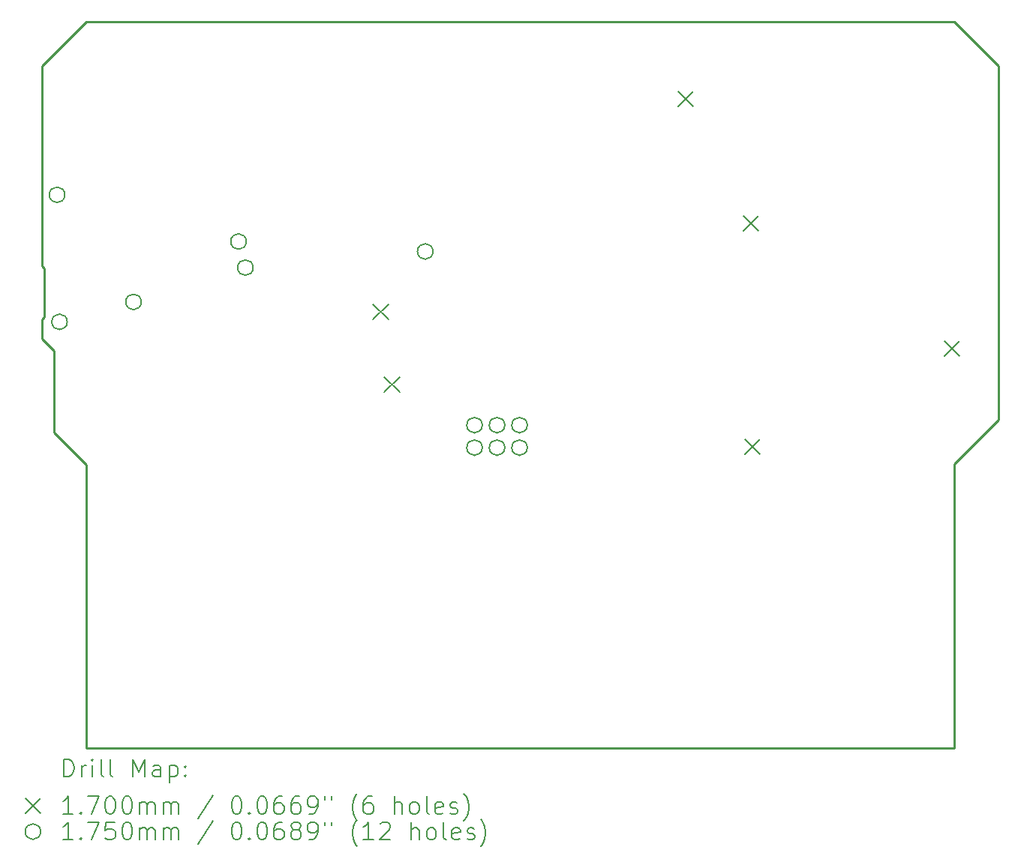
<source format=gbr>
%TF.GenerationSoftware,KiCad,Pcbnew,9.0.7*%
%TF.CreationDate,2026-02-04T15:47:10+00:00*%
%TF.ProjectId,FED3 tester base - support,46454433-2074-4657-9374-657220626173,rev?*%
%TF.SameCoordinates,PX6146580PY6dc4960*%
%TF.FileFunction,Drillmap*%
%TF.FilePolarity,Positive*%
%FSLAX45Y45*%
G04 Gerber Fmt 4.5, Leading zero omitted, Abs format (unit mm)*
G04 Created by KiCad (PCBNEW 9.0.7) date 2026-02-04 15:47:10*
%MOMM*%
%LPD*%
G01*
G04 APERTURE LIST*
%ADD10C,0.250000*%
%ADD11C,0.200000*%
%ADD12C,0.170000*%
%ADD13C,0.175000*%
G04 APERTURE END LIST*
D10*
X-360000Y3565000D02*
X-360000Y4485000D01*
X9800000Y8205000D02*
X10300000Y7705000D01*
X-472000Y5417000D02*
X-500000Y5445000D01*
X-500000Y7705000D02*
X0Y8205000D01*
X-472000Y4873000D02*
X-472000Y5417000D01*
X-500000Y5445000D02*
X-500000Y7705000D01*
X3600000Y8205000D02*
X6200000Y8205000D01*
X-500000Y4845000D02*
X-472000Y4873000D01*
X9800000Y3210000D02*
X9800000Y0D01*
X10300000Y3710000D02*
X9800000Y3210000D01*
X0Y3205000D02*
X-360000Y3565000D01*
X0Y8205000D02*
X3600000Y8205000D01*
X-500000Y4625000D02*
X-500000Y4845000D01*
X10300000Y7705000D02*
X10300000Y3710000D01*
X9800000Y0D02*
X0Y0D01*
X0Y3205000D02*
X0Y0D01*
X-360000Y4485000D02*
X-500000Y4625000D01*
X6200000Y8205000D02*
X9800000Y8205000D01*
D11*
D12*
X3240110Y5012860D02*
X3410110Y4842860D01*
X3410110Y5012860D02*
X3240110Y4842860D01*
X3367610Y4190360D02*
X3537610Y4020360D01*
X3537610Y4190360D02*
X3367610Y4020360D01*
X6685110Y7417860D02*
X6855110Y7247860D01*
X6855110Y7417860D02*
X6685110Y7247860D01*
X7415110Y6010360D02*
X7585110Y5840360D01*
X7585110Y6010360D02*
X7415110Y5840360D01*
X7435110Y3487860D02*
X7605110Y3317860D01*
X7605110Y3487860D02*
X7435110Y3317860D01*
X9685110Y4600360D02*
X9855110Y4430360D01*
X9855110Y4600360D02*
X9685110Y4430360D01*
D13*
X-239890Y6250360D02*
G75*
G02*
X-414890Y6250360I-87500J0D01*
G01*
X-414890Y6250360D02*
G75*
G02*
X-239890Y6250360I87500J0D01*
G01*
X-212390Y4815360D02*
G75*
G02*
X-387390Y4815360I-87500J0D01*
G01*
X-387390Y4815360D02*
G75*
G02*
X-212390Y4815360I87500J0D01*
G01*
X622610Y5040360D02*
G75*
G02*
X447610Y5040360I-87500J0D01*
G01*
X447610Y5040360D02*
G75*
G02*
X622610Y5040360I87500J0D01*
G01*
X1807610Y5722860D02*
G75*
G02*
X1632610Y5722860I-87500J0D01*
G01*
X1632610Y5722860D02*
G75*
G02*
X1807610Y5722860I87500J0D01*
G01*
X1885110Y5427860D02*
G75*
G02*
X1710110Y5427860I-87500J0D01*
G01*
X1710110Y5427860D02*
G75*
G02*
X1885110Y5427860I87500J0D01*
G01*
X3915110Y5610360D02*
G75*
G02*
X3740110Y5610360I-87500J0D01*
G01*
X3740110Y5610360D02*
G75*
G02*
X3915110Y5610360I87500J0D01*
G01*
X4471405Y3648386D02*
G75*
G02*
X4296405Y3648386I-87500J0D01*
G01*
X4296405Y3648386D02*
G75*
G02*
X4471405Y3648386I87500J0D01*
G01*
X4471405Y3394386D02*
G75*
G02*
X4296405Y3394386I-87500J0D01*
G01*
X4296405Y3394386D02*
G75*
G02*
X4471405Y3394386I87500J0D01*
G01*
X4725405Y3648386D02*
G75*
G02*
X4550405Y3648386I-87500J0D01*
G01*
X4550405Y3648386D02*
G75*
G02*
X4725405Y3648386I87500J0D01*
G01*
X4725405Y3394386D02*
G75*
G02*
X4550405Y3394386I-87500J0D01*
G01*
X4550405Y3394386D02*
G75*
G02*
X4725405Y3394386I87500J0D01*
G01*
X4979405Y3648386D02*
G75*
G02*
X4804405Y3648386I-87500J0D01*
G01*
X4804405Y3648386D02*
G75*
G02*
X4979405Y3648386I87500J0D01*
G01*
X4979405Y3394386D02*
G75*
G02*
X4804405Y3394386I-87500J0D01*
G01*
X4804405Y3394386D02*
G75*
G02*
X4979405Y3394386I87500J0D01*
G01*
D11*
X-251723Y-323984D02*
X-251723Y-123984D01*
X-251723Y-123984D02*
X-204104Y-123984D01*
X-204104Y-123984D02*
X-175533Y-133508D01*
X-175533Y-133508D02*
X-156485Y-152555D01*
X-156485Y-152555D02*
X-146961Y-171603D01*
X-146961Y-171603D02*
X-137438Y-209698D01*
X-137438Y-209698D02*
X-137438Y-238269D01*
X-137438Y-238269D02*
X-146961Y-276365D01*
X-146961Y-276365D02*
X-156485Y-295412D01*
X-156485Y-295412D02*
X-175533Y-314460D01*
X-175533Y-314460D02*
X-204104Y-323984D01*
X-204104Y-323984D02*
X-251723Y-323984D01*
X-51723Y-323984D02*
X-51723Y-190650D01*
X-51723Y-228746D02*
X-42199Y-209698D01*
X-42199Y-209698D02*
X-32676Y-200174D01*
X-32676Y-200174D02*
X-13628Y-190650D01*
X-13628Y-190650D02*
X5420Y-190650D01*
X72086Y-323984D02*
X72086Y-190650D01*
X72086Y-123984D02*
X62562Y-133508D01*
X62562Y-133508D02*
X72086Y-143031D01*
X72086Y-143031D02*
X81610Y-133508D01*
X81610Y-133508D02*
X72086Y-123984D01*
X72086Y-123984D02*
X72086Y-143031D01*
X195896Y-323984D02*
X176848Y-314460D01*
X176848Y-314460D02*
X167324Y-295412D01*
X167324Y-295412D02*
X167324Y-123984D01*
X300658Y-323984D02*
X281610Y-314460D01*
X281610Y-314460D02*
X272086Y-295412D01*
X272086Y-295412D02*
X272086Y-123984D01*
X529229Y-323984D02*
X529229Y-123984D01*
X529229Y-123984D02*
X595896Y-266841D01*
X595896Y-266841D02*
X662563Y-123984D01*
X662563Y-123984D02*
X662563Y-323984D01*
X843515Y-323984D02*
X843515Y-219222D01*
X843515Y-219222D02*
X833991Y-200174D01*
X833991Y-200174D02*
X814943Y-190650D01*
X814943Y-190650D02*
X776848Y-190650D01*
X776848Y-190650D02*
X757801Y-200174D01*
X843515Y-314460D02*
X824467Y-323984D01*
X824467Y-323984D02*
X776848Y-323984D01*
X776848Y-323984D02*
X757801Y-314460D01*
X757801Y-314460D02*
X748277Y-295412D01*
X748277Y-295412D02*
X748277Y-276365D01*
X748277Y-276365D02*
X757801Y-257317D01*
X757801Y-257317D02*
X776848Y-247793D01*
X776848Y-247793D02*
X824467Y-247793D01*
X824467Y-247793D02*
X843515Y-238269D01*
X938753Y-190650D02*
X938753Y-390650D01*
X938753Y-200174D02*
X957801Y-190650D01*
X957801Y-190650D02*
X995896Y-190650D01*
X995896Y-190650D02*
X1014943Y-200174D01*
X1014943Y-200174D02*
X1024467Y-209698D01*
X1024467Y-209698D02*
X1033991Y-228746D01*
X1033991Y-228746D02*
X1033991Y-285889D01*
X1033991Y-285889D02*
X1024467Y-304936D01*
X1024467Y-304936D02*
X1014943Y-314460D01*
X1014943Y-314460D02*
X995896Y-323984D01*
X995896Y-323984D02*
X957801Y-323984D01*
X957801Y-323984D02*
X938753Y-314460D01*
X1119705Y-304936D02*
X1129229Y-314460D01*
X1129229Y-314460D02*
X1119705Y-323984D01*
X1119705Y-323984D02*
X1110182Y-314460D01*
X1110182Y-314460D02*
X1119705Y-304936D01*
X1119705Y-304936D02*
X1119705Y-323984D01*
X1119705Y-200174D02*
X1129229Y-209698D01*
X1129229Y-209698D02*
X1119705Y-219222D01*
X1119705Y-219222D02*
X1110182Y-209698D01*
X1110182Y-209698D02*
X1119705Y-200174D01*
X1119705Y-200174D02*
X1119705Y-219222D01*
D12*
X-682500Y-567500D02*
X-512500Y-737500D01*
X-512500Y-567500D02*
X-682500Y-737500D01*
D11*
X-146961Y-743984D02*
X-261247Y-743984D01*
X-204104Y-743984D02*
X-204104Y-543984D01*
X-204104Y-543984D02*
X-223152Y-572555D01*
X-223152Y-572555D02*
X-242199Y-591603D01*
X-242199Y-591603D02*
X-261247Y-601127D01*
X-61247Y-724936D02*
X-51723Y-734460D01*
X-51723Y-734460D02*
X-61247Y-743984D01*
X-61247Y-743984D02*
X-70771Y-734460D01*
X-70771Y-734460D02*
X-61247Y-724936D01*
X-61247Y-724936D02*
X-61247Y-743984D01*
X14943Y-543984D02*
X148277Y-543984D01*
X148277Y-543984D02*
X62562Y-743984D01*
X262563Y-543984D02*
X281610Y-543984D01*
X281610Y-543984D02*
X300658Y-553508D01*
X300658Y-553508D02*
X310182Y-563031D01*
X310182Y-563031D02*
X319705Y-582079D01*
X319705Y-582079D02*
X329229Y-620174D01*
X329229Y-620174D02*
X329229Y-667793D01*
X329229Y-667793D02*
X319705Y-705888D01*
X319705Y-705888D02*
X310182Y-724936D01*
X310182Y-724936D02*
X300658Y-734460D01*
X300658Y-734460D02*
X281610Y-743984D01*
X281610Y-743984D02*
X262563Y-743984D01*
X262563Y-743984D02*
X243515Y-734460D01*
X243515Y-734460D02*
X233991Y-724936D01*
X233991Y-724936D02*
X224467Y-705888D01*
X224467Y-705888D02*
X214943Y-667793D01*
X214943Y-667793D02*
X214943Y-620174D01*
X214943Y-620174D02*
X224467Y-582079D01*
X224467Y-582079D02*
X233991Y-563031D01*
X233991Y-563031D02*
X243515Y-553508D01*
X243515Y-553508D02*
X262563Y-543984D01*
X453039Y-543984D02*
X472086Y-543984D01*
X472086Y-543984D02*
X491134Y-553508D01*
X491134Y-553508D02*
X500658Y-563031D01*
X500658Y-563031D02*
X510182Y-582079D01*
X510182Y-582079D02*
X519705Y-620174D01*
X519705Y-620174D02*
X519705Y-667793D01*
X519705Y-667793D02*
X510182Y-705888D01*
X510182Y-705888D02*
X500658Y-724936D01*
X500658Y-724936D02*
X491134Y-734460D01*
X491134Y-734460D02*
X472086Y-743984D01*
X472086Y-743984D02*
X453039Y-743984D01*
X453039Y-743984D02*
X433991Y-734460D01*
X433991Y-734460D02*
X424467Y-724936D01*
X424467Y-724936D02*
X414943Y-705888D01*
X414943Y-705888D02*
X405420Y-667793D01*
X405420Y-667793D02*
X405420Y-620174D01*
X405420Y-620174D02*
X414943Y-582079D01*
X414943Y-582079D02*
X424467Y-563031D01*
X424467Y-563031D02*
X433991Y-553508D01*
X433991Y-553508D02*
X453039Y-543984D01*
X605420Y-743984D02*
X605420Y-610650D01*
X605420Y-629698D02*
X614944Y-620174D01*
X614944Y-620174D02*
X633991Y-610650D01*
X633991Y-610650D02*
X662563Y-610650D01*
X662563Y-610650D02*
X681610Y-620174D01*
X681610Y-620174D02*
X691134Y-639222D01*
X691134Y-639222D02*
X691134Y-743984D01*
X691134Y-639222D02*
X700658Y-620174D01*
X700658Y-620174D02*
X719705Y-610650D01*
X719705Y-610650D02*
X748277Y-610650D01*
X748277Y-610650D02*
X767324Y-620174D01*
X767324Y-620174D02*
X776848Y-639222D01*
X776848Y-639222D02*
X776848Y-743984D01*
X872086Y-743984D02*
X872086Y-610650D01*
X872086Y-629698D02*
X881610Y-620174D01*
X881610Y-620174D02*
X900658Y-610650D01*
X900658Y-610650D02*
X929229Y-610650D01*
X929229Y-610650D02*
X948277Y-620174D01*
X948277Y-620174D02*
X957801Y-639222D01*
X957801Y-639222D02*
X957801Y-743984D01*
X957801Y-639222D02*
X967324Y-620174D01*
X967324Y-620174D02*
X986372Y-610650D01*
X986372Y-610650D02*
X1014943Y-610650D01*
X1014943Y-610650D02*
X1033991Y-620174D01*
X1033991Y-620174D02*
X1043515Y-639222D01*
X1043515Y-639222D02*
X1043515Y-743984D01*
X1433991Y-534460D02*
X1262563Y-791603D01*
X1691134Y-543984D02*
X1710182Y-543984D01*
X1710182Y-543984D02*
X1729229Y-553508D01*
X1729229Y-553508D02*
X1738753Y-563031D01*
X1738753Y-563031D02*
X1748277Y-582079D01*
X1748277Y-582079D02*
X1757801Y-620174D01*
X1757801Y-620174D02*
X1757801Y-667793D01*
X1757801Y-667793D02*
X1748277Y-705888D01*
X1748277Y-705888D02*
X1738753Y-724936D01*
X1738753Y-724936D02*
X1729229Y-734460D01*
X1729229Y-734460D02*
X1710182Y-743984D01*
X1710182Y-743984D02*
X1691134Y-743984D01*
X1691134Y-743984D02*
X1672086Y-734460D01*
X1672086Y-734460D02*
X1662563Y-724936D01*
X1662563Y-724936D02*
X1653039Y-705888D01*
X1653039Y-705888D02*
X1643515Y-667793D01*
X1643515Y-667793D02*
X1643515Y-620174D01*
X1643515Y-620174D02*
X1653039Y-582079D01*
X1653039Y-582079D02*
X1662563Y-563031D01*
X1662563Y-563031D02*
X1672086Y-553508D01*
X1672086Y-553508D02*
X1691134Y-543984D01*
X1843515Y-724936D02*
X1853039Y-734460D01*
X1853039Y-734460D02*
X1843515Y-743984D01*
X1843515Y-743984D02*
X1833991Y-734460D01*
X1833991Y-734460D02*
X1843515Y-724936D01*
X1843515Y-724936D02*
X1843515Y-743984D01*
X1976848Y-543984D02*
X1995896Y-543984D01*
X1995896Y-543984D02*
X2014944Y-553508D01*
X2014944Y-553508D02*
X2024467Y-563031D01*
X2024467Y-563031D02*
X2033991Y-582079D01*
X2033991Y-582079D02*
X2043515Y-620174D01*
X2043515Y-620174D02*
X2043515Y-667793D01*
X2043515Y-667793D02*
X2033991Y-705888D01*
X2033991Y-705888D02*
X2024467Y-724936D01*
X2024467Y-724936D02*
X2014944Y-734460D01*
X2014944Y-734460D02*
X1995896Y-743984D01*
X1995896Y-743984D02*
X1976848Y-743984D01*
X1976848Y-743984D02*
X1957801Y-734460D01*
X1957801Y-734460D02*
X1948277Y-724936D01*
X1948277Y-724936D02*
X1938753Y-705888D01*
X1938753Y-705888D02*
X1929229Y-667793D01*
X1929229Y-667793D02*
X1929229Y-620174D01*
X1929229Y-620174D02*
X1938753Y-582079D01*
X1938753Y-582079D02*
X1948277Y-563031D01*
X1948277Y-563031D02*
X1957801Y-553508D01*
X1957801Y-553508D02*
X1976848Y-543984D01*
X2214944Y-543984D02*
X2176848Y-543984D01*
X2176848Y-543984D02*
X2157801Y-553508D01*
X2157801Y-553508D02*
X2148277Y-563031D01*
X2148277Y-563031D02*
X2129229Y-591603D01*
X2129229Y-591603D02*
X2119706Y-629698D01*
X2119706Y-629698D02*
X2119706Y-705888D01*
X2119706Y-705888D02*
X2129229Y-724936D01*
X2129229Y-724936D02*
X2138753Y-734460D01*
X2138753Y-734460D02*
X2157801Y-743984D01*
X2157801Y-743984D02*
X2195896Y-743984D01*
X2195896Y-743984D02*
X2214944Y-734460D01*
X2214944Y-734460D02*
X2224468Y-724936D01*
X2224468Y-724936D02*
X2233991Y-705888D01*
X2233991Y-705888D02*
X2233991Y-658270D01*
X2233991Y-658270D02*
X2224468Y-639222D01*
X2224468Y-639222D02*
X2214944Y-629698D01*
X2214944Y-629698D02*
X2195896Y-620174D01*
X2195896Y-620174D02*
X2157801Y-620174D01*
X2157801Y-620174D02*
X2138753Y-629698D01*
X2138753Y-629698D02*
X2129229Y-639222D01*
X2129229Y-639222D02*
X2119706Y-658270D01*
X2405420Y-543984D02*
X2367325Y-543984D01*
X2367325Y-543984D02*
X2348277Y-553508D01*
X2348277Y-553508D02*
X2338753Y-563031D01*
X2338753Y-563031D02*
X2319706Y-591603D01*
X2319706Y-591603D02*
X2310182Y-629698D01*
X2310182Y-629698D02*
X2310182Y-705888D01*
X2310182Y-705888D02*
X2319706Y-724936D01*
X2319706Y-724936D02*
X2329229Y-734460D01*
X2329229Y-734460D02*
X2348277Y-743984D01*
X2348277Y-743984D02*
X2386372Y-743984D01*
X2386372Y-743984D02*
X2405420Y-734460D01*
X2405420Y-734460D02*
X2414944Y-724936D01*
X2414944Y-724936D02*
X2424468Y-705888D01*
X2424468Y-705888D02*
X2424468Y-658270D01*
X2424468Y-658270D02*
X2414944Y-639222D01*
X2414944Y-639222D02*
X2405420Y-629698D01*
X2405420Y-629698D02*
X2386372Y-620174D01*
X2386372Y-620174D02*
X2348277Y-620174D01*
X2348277Y-620174D02*
X2329229Y-629698D01*
X2329229Y-629698D02*
X2319706Y-639222D01*
X2319706Y-639222D02*
X2310182Y-658270D01*
X2519706Y-743984D02*
X2557801Y-743984D01*
X2557801Y-743984D02*
X2576849Y-734460D01*
X2576849Y-734460D02*
X2586372Y-724936D01*
X2586372Y-724936D02*
X2605420Y-696365D01*
X2605420Y-696365D02*
X2614944Y-658270D01*
X2614944Y-658270D02*
X2614944Y-582079D01*
X2614944Y-582079D02*
X2605420Y-563031D01*
X2605420Y-563031D02*
X2595896Y-553508D01*
X2595896Y-553508D02*
X2576849Y-543984D01*
X2576849Y-543984D02*
X2538753Y-543984D01*
X2538753Y-543984D02*
X2519706Y-553508D01*
X2519706Y-553508D02*
X2510182Y-563031D01*
X2510182Y-563031D02*
X2500658Y-582079D01*
X2500658Y-582079D02*
X2500658Y-629698D01*
X2500658Y-629698D02*
X2510182Y-648746D01*
X2510182Y-648746D02*
X2519706Y-658270D01*
X2519706Y-658270D02*
X2538753Y-667793D01*
X2538753Y-667793D02*
X2576849Y-667793D01*
X2576849Y-667793D02*
X2595896Y-658270D01*
X2595896Y-658270D02*
X2605420Y-648746D01*
X2605420Y-648746D02*
X2614944Y-629698D01*
X2691134Y-543984D02*
X2691134Y-582079D01*
X2767325Y-543984D02*
X2767325Y-582079D01*
X3062563Y-820174D02*
X3053039Y-810650D01*
X3053039Y-810650D02*
X3033991Y-782079D01*
X3033991Y-782079D02*
X3024468Y-763031D01*
X3024468Y-763031D02*
X3014944Y-734460D01*
X3014944Y-734460D02*
X3005420Y-686841D01*
X3005420Y-686841D02*
X3005420Y-648746D01*
X3005420Y-648746D02*
X3014944Y-601127D01*
X3014944Y-601127D02*
X3024468Y-572555D01*
X3024468Y-572555D02*
X3033991Y-553508D01*
X3033991Y-553508D02*
X3053039Y-524936D01*
X3053039Y-524936D02*
X3062563Y-515412D01*
X3224468Y-543984D02*
X3186372Y-543984D01*
X3186372Y-543984D02*
X3167325Y-553508D01*
X3167325Y-553508D02*
X3157801Y-563031D01*
X3157801Y-563031D02*
X3138753Y-591603D01*
X3138753Y-591603D02*
X3129229Y-629698D01*
X3129229Y-629698D02*
X3129229Y-705888D01*
X3129229Y-705888D02*
X3138753Y-724936D01*
X3138753Y-724936D02*
X3148277Y-734460D01*
X3148277Y-734460D02*
X3167325Y-743984D01*
X3167325Y-743984D02*
X3205420Y-743984D01*
X3205420Y-743984D02*
X3224468Y-734460D01*
X3224468Y-734460D02*
X3233991Y-724936D01*
X3233991Y-724936D02*
X3243515Y-705888D01*
X3243515Y-705888D02*
X3243515Y-658270D01*
X3243515Y-658270D02*
X3233991Y-639222D01*
X3233991Y-639222D02*
X3224468Y-629698D01*
X3224468Y-629698D02*
X3205420Y-620174D01*
X3205420Y-620174D02*
X3167325Y-620174D01*
X3167325Y-620174D02*
X3148277Y-629698D01*
X3148277Y-629698D02*
X3138753Y-639222D01*
X3138753Y-639222D02*
X3129229Y-658270D01*
X3481610Y-743984D02*
X3481610Y-543984D01*
X3567325Y-743984D02*
X3567325Y-639222D01*
X3567325Y-639222D02*
X3557801Y-620174D01*
X3557801Y-620174D02*
X3538753Y-610650D01*
X3538753Y-610650D02*
X3510182Y-610650D01*
X3510182Y-610650D02*
X3491134Y-620174D01*
X3491134Y-620174D02*
X3481610Y-629698D01*
X3691134Y-743984D02*
X3672087Y-734460D01*
X3672087Y-734460D02*
X3662563Y-724936D01*
X3662563Y-724936D02*
X3653039Y-705888D01*
X3653039Y-705888D02*
X3653039Y-648746D01*
X3653039Y-648746D02*
X3662563Y-629698D01*
X3662563Y-629698D02*
X3672087Y-620174D01*
X3672087Y-620174D02*
X3691134Y-610650D01*
X3691134Y-610650D02*
X3719706Y-610650D01*
X3719706Y-610650D02*
X3738753Y-620174D01*
X3738753Y-620174D02*
X3748277Y-629698D01*
X3748277Y-629698D02*
X3757801Y-648746D01*
X3757801Y-648746D02*
X3757801Y-705888D01*
X3757801Y-705888D02*
X3748277Y-724936D01*
X3748277Y-724936D02*
X3738753Y-734460D01*
X3738753Y-734460D02*
X3719706Y-743984D01*
X3719706Y-743984D02*
X3691134Y-743984D01*
X3872087Y-743984D02*
X3853039Y-734460D01*
X3853039Y-734460D02*
X3843515Y-715412D01*
X3843515Y-715412D02*
X3843515Y-543984D01*
X4024468Y-734460D02*
X4005420Y-743984D01*
X4005420Y-743984D02*
X3967325Y-743984D01*
X3967325Y-743984D02*
X3948277Y-734460D01*
X3948277Y-734460D02*
X3938753Y-715412D01*
X3938753Y-715412D02*
X3938753Y-639222D01*
X3938753Y-639222D02*
X3948277Y-620174D01*
X3948277Y-620174D02*
X3967325Y-610650D01*
X3967325Y-610650D02*
X4005420Y-610650D01*
X4005420Y-610650D02*
X4024468Y-620174D01*
X4024468Y-620174D02*
X4033991Y-639222D01*
X4033991Y-639222D02*
X4033991Y-658270D01*
X4033991Y-658270D02*
X3938753Y-677317D01*
X4110182Y-734460D02*
X4129230Y-743984D01*
X4129230Y-743984D02*
X4167325Y-743984D01*
X4167325Y-743984D02*
X4186372Y-734460D01*
X4186372Y-734460D02*
X4195896Y-715412D01*
X4195896Y-715412D02*
X4195896Y-705888D01*
X4195896Y-705888D02*
X4186372Y-686841D01*
X4186372Y-686841D02*
X4167325Y-677317D01*
X4167325Y-677317D02*
X4138753Y-677317D01*
X4138753Y-677317D02*
X4119706Y-667793D01*
X4119706Y-667793D02*
X4110182Y-648746D01*
X4110182Y-648746D02*
X4110182Y-639222D01*
X4110182Y-639222D02*
X4119706Y-620174D01*
X4119706Y-620174D02*
X4138753Y-610650D01*
X4138753Y-610650D02*
X4167325Y-610650D01*
X4167325Y-610650D02*
X4186372Y-620174D01*
X4262563Y-820174D02*
X4272087Y-810650D01*
X4272087Y-810650D02*
X4291134Y-782079D01*
X4291134Y-782079D02*
X4300658Y-763031D01*
X4300658Y-763031D02*
X4310182Y-734460D01*
X4310182Y-734460D02*
X4319706Y-686841D01*
X4319706Y-686841D02*
X4319706Y-648746D01*
X4319706Y-648746D02*
X4310182Y-601127D01*
X4310182Y-601127D02*
X4300658Y-572555D01*
X4300658Y-572555D02*
X4291134Y-553508D01*
X4291134Y-553508D02*
X4272087Y-524936D01*
X4272087Y-524936D02*
X4262563Y-515412D01*
D13*
X-512500Y-942500D02*
G75*
G02*
X-687500Y-942500I-87500J0D01*
G01*
X-687500Y-942500D02*
G75*
G02*
X-512500Y-942500I87500J0D01*
G01*
D11*
X-146961Y-1033984D02*
X-261247Y-1033984D01*
X-204104Y-1033984D02*
X-204104Y-833984D01*
X-204104Y-833984D02*
X-223152Y-862555D01*
X-223152Y-862555D02*
X-242199Y-881603D01*
X-242199Y-881603D02*
X-261247Y-891127D01*
X-61247Y-1014936D02*
X-51723Y-1024460D01*
X-51723Y-1024460D02*
X-61247Y-1033984D01*
X-61247Y-1033984D02*
X-70771Y-1024460D01*
X-70771Y-1024460D02*
X-61247Y-1014936D01*
X-61247Y-1014936D02*
X-61247Y-1033984D01*
X14943Y-833984D02*
X148277Y-833984D01*
X148277Y-833984D02*
X62562Y-1033984D01*
X319705Y-833984D02*
X224467Y-833984D01*
X224467Y-833984D02*
X214943Y-929222D01*
X214943Y-929222D02*
X224467Y-919698D01*
X224467Y-919698D02*
X243515Y-910174D01*
X243515Y-910174D02*
X291134Y-910174D01*
X291134Y-910174D02*
X310182Y-919698D01*
X310182Y-919698D02*
X319705Y-929222D01*
X319705Y-929222D02*
X329229Y-948269D01*
X329229Y-948269D02*
X329229Y-995888D01*
X329229Y-995888D02*
X319705Y-1014936D01*
X319705Y-1014936D02*
X310182Y-1024460D01*
X310182Y-1024460D02*
X291134Y-1033984D01*
X291134Y-1033984D02*
X243515Y-1033984D01*
X243515Y-1033984D02*
X224467Y-1024460D01*
X224467Y-1024460D02*
X214943Y-1014936D01*
X453039Y-833984D02*
X472086Y-833984D01*
X472086Y-833984D02*
X491134Y-843508D01*
X491134Y-843508D02*
X500658Y-853031D01*
X500658Y-853031D02*
X510182Y-872079D01*
X510182Y-872079D02*
X519705Y-910174D01*
X519705Y-910174D02*
X519705Y-957793D01*
X519705Y-957793D02*
X510182Y-995888D01*
X510182Y-995888D02*
X500658Y-1014936D01*
X500658Y-1014936D02*
X491134Y-1024460D01*
X491134Y-1024460D02*
X472086Y-1033984D01*
X472086Y-1033984D02*
X453039Y-1033984D01*
X453039Y-1033984D02*
X433991Y-1024460D01*
X433991Y-1024460D02*
X424467Y-1014936D01*
X424467Y-1014936D02*
X414943Y-995888D01*
X414943Y-995888D02*
X405420Y-957793D01*
X405420Y-957793D02*
X405420Y-910174D01*
X405420Y-910174D02*
X414943Y-872079D01*
X414943Y-872079D02*
X424467Y-853031D01*
X424467Y-853031D02*
X433991Y-843508D01*
X433991Y-843508D02*
X453039Y-833984D01*
X605420Y-1033984D02*
X605420Y-900650D01*
X605420Y-919698D02*
X614944Y-910174D01*
X614944Y-910174D02*
X633991Y-900650D01*
X633991Y-900650D02*
X662563Y-900650D01*
X662563Y-900650D02*
X681610Y-910174D01*
X681610Y-910174D02*
X691134Y-929222D01*
X691134Y-929222D02*
X691134Y-1033984D01*
X691134Y-929222D02*
X700658Y-910174D01*
X700658Y-910174D02*
X719705Y-900650D01*
X719705Y-900650D02*
X748277Y-900650D01*
X748277Y-900650D02*
X767324Y-910174D01*
X767324Y-910174D02*
X776848Y-929222D01*
X776848Y-929222D02*
X776848Y-1033984D01*
X872086Y-1033984D02*
X872086Y-900650D01*
X872086Y-919698D02*
X881610Y-910174D01*
X881610Y-910174D02*
X900658Y-900650D01*
X900658Y-900650D02*
X929229Y-900650D01*
X929229Y-900650D02*
X948277Y-910174D01*
X948277Y-910174D02*
X957801Y-929222D01*
X957801Y-929222D02*
X957801Y-1033984D01*
X957801Y-929222D02*
X967324Y-910174D01*
X967324Y-910174D02*
X986372Y-900650D01*
X986372Y-900650D02*
X1014943Y-900650D01*
X1014943Y-900650D02*
X1033991Y-910174D01*
X1033991Y-910174D02*
X1043515Y-929222D01*
X1043515Y-929222D02*
X1043515Y-1033984D01*
X1433991Y-824460D02*
X1262563Y-1081603D01*
X1691134Y-833984D02*
X1710182Y-833984D01*
X1710182Y-833984D02*
X1729229Y-843508D01*
X1729229Y-843508D02*
X1738753Y-853031D01*
X1738753Y-853031D02*
X1748277Y-872079D01*
X1748277Y-872079D02*
X1757801Y-910174D01*
X1757801Y-910174D02*
X1757801Y-957793D01*
X1757801Y-957793D02*
X1748277Y-995888D01*
X1748277Y-995888D02*
X1738753Y-1014936D01*
X1738753Y-1014936D02*
X1729229Y-1024460D01*
X1729229Y-1024460D02*
X1710182Y-1033984D01*
X1710182Y-1033984D02*
X1691134Y-1033984D01*
X1691134Y-1033984D02*
X1672086Y-1024460D01*
X1672086Y-1024460D02*
X1662563Y-1014936D01*
X1662563Y-1014936D02*
X1653039Y-995888D01*
X1653039Y-995888D02*
X1643515Y-957793D01*
X1643515Y-957793D02*
X1643515Y-910174D01*
X1643515Y-910174D02*
X1653039Y-872079D01*
X1653039Y-872079D02*
X1662563Y-853031D01*
X1662563Y-853031D02*
X1672086Y-843508D01*
X1672086Y-843508D02*
X1691134Y-833984D01*
X1843515Y-1014936D02*
X1853039Y-1024460D01*
X1853039Y-1024460D02*
X1843515Y-1033984D01*
X1843515Y-1033984D02*
X1833991Y-1024460D01*
X1833991Y-1024460D02*
X1843515Y-1014936D01*
X1843515Y-1014936D02*
X1843515Y-1033984D01*
X1976848Y-833984D02*
X1995896Y-833984D01*
X1995896Y-833984D02*
X2014944Y-843508D01*
X2014944Y-843508D02*
X2024467Y-853031D01*
X2024467Y-853031D02*
X2033991Y-872079D01*
X2033991Y-872079D02*
X2043515Y-910174D01*
X2043515Y-910174D02*
X2043515Y-957793D01*
X2043515Y-957793D02*
X2033991Y-995888D01*
X2033991Y-995888D02*
X2024467Y-1014936D01*
X2024467Y-1014936D02*
X2014944Y-1024460D01*
X2014944Y-1024460D02*
X1995896Y-1033984D01*
X1995896Y-1033984D02*
X1976848Y-1033984D01*
X1976848Y-1033984D02*
X1957801Y-1024460D01*
X1957801Y-1024460D02*
X1948277Y-1014936D01*
X1948277Y-1014936D02*
X1938753Y-995888D01*
X1938753Y-995888D02*
X1929229Y-957793D01*
X1929229Y-957793D02*
X1929229Y-910174D01*
X1929229Y-910174D02*
X1938753Y-872079D01*
X1938753Y-872079D02*
X1948277Y-853031D01*
X1948277Y-853031D02*
X1957801Y-843508D01*
X1957801Y-843508D02*
X1976848Y-833984D01*
X2214944Y-833984D02*
X2176848Y-833984D01*
X2176848Y-833984D02*
X2157801Y-843508D01*
X2157801Y-843508D02*
X2148277Y-853031D01*
X2148277Y-853031D02*
X2129229Y-881603D01*
X2129229Y-881603D02*
X2119706Y-919698D01*
X2119706Y-919698D02*
X2119706Y-995888D01*
X2119706Y-995888D02*
X2129229Y-1014936D01*
X2129229Y-1014936D02*
X2138753Y-1024460D01*
X2138753Y-1024460D02*
X2157801Y-1033984D01*
X2157801Y-1033984D02*
X2195896Y-1033984D01*
X2195896Y-1033984D02*
X2214944Y-1024460D01*
X2214944Y-1024460D02*
X2224468Y-1014936D01*
X2224468Y-1014936D02*
X2233991Y-995888D01*
X2233991Y-995888D02*
X2233991Y-948269D01*
X2233991Y-948269D02*
X2224468Y-929222D01*
X2224468Y-929222D02*
X2214944Y-919698D01*
X2214944Y-919698D02*
X2195896Y-910174D01*
X2195896Y-910174D02*
X2157801Y-910174D01*
X2157801Y-910174D02*
X2138753Y-919698D01*
X2138753Y-919698D02*
X2129229Y-929222D01*
X2129229Y-929222D02*
X2119706Y-948269D01*
X2348277Y-919698D02*
X2329229Y-910174D01*
X2329229Y-910174D02*
X2319706Y-900650D01*
X2319706Y-900650D02*
X2310182Y-881603D01*
X2310182Y-881603D02*
X2310182Y-872079D01*
X2310182Y-872079D02*
X2319706Y-853031D01*
X2319706Y-853031D02*
X2329229Y-843508D01*
X2329229Y-843508D02*
X2348277Y-833984D01*
X2348277Y-833984D02*
X2386372Y-833984D01*
X2386372Y-833984D02*
X2405420Y-843508D01*
X2405420Y-843508D02*
X2414944Y-853031D01*
X2414944Y-853031D02*
X2424468Y-872079D01*
X2424468Y-872079D02*
X2424468Y-881603D01*
X2424468Y-881603D02*
X2414944Y-900650D01*
X2414944Y-900650D02*
X2405420Y-910174D01*
X2405420Y-910174D02*
X2386372Y-919698D01*
X2386372Y-919698D02*
X2348277Y-919698D01*
X2348277Y-919698D02*
X2329229Y-929222D01*
X2329229Y-929222D02*
X2319706Y-938746D01*
X2319706Y-938746D02*
X2310182Y-957793D01*
X2310182Y-957793D02*
X2310182Y-995888D01*
X2310182Y-995888D02*
X2319706Y-1014936D01*
X2319706Y-1014936D02*
X2329229Y-1024460D01*
X2329229Y-1024460D02*
X2348277Y-1033984D01*
X2348277Y-1033984D02*
X2386372Y-1033984D01*
X2386372Y-1033984D02*
X2405420Y-1024460D01*
X2405420Y-1024460D02*
X2414944Y-1014936D01*
X2414944Y-1014936D02*
X2424468Y-995888D01*
X2424468Y-995888D02*
X2424468Y-957793D01*
X2424468Y-957793D02*
X2414944Y-938746D01*
X2414944Y-938746D02*
X2405420Y-929222D01*
X2405420Y-929222D02*
X2386372Y-919698D01*
X2519706Y-1033984D02*
X2557801Y-1033984D01*
X2557801Y-1033984D02*
X2576849Y-1024460D01*
X2576849Y-1024460D02*
X2586372Y-1014936D01*
X2586372Y-1014936D02*
X2605420Y-986365D01*
X2605420Y-986365D02*
X2614944Y-948269D01*
X2614944Y-948269D02*
X2614944Y-872079D01*
X2614944Y-872079D02*
X2605420Y-853031D01*
X2605420Y-853031D02*
X2595896Y-843508D01*
X2595896Y-843508D02*
X2576849Y-833984D01*
X2576849Y-833984D02*
X2538753Y-833984D01*
X2538753Y-833984D02*
X2519706Y-843508D01*
X2519706Y-843508D02*
X2510182Y-853031D01*
X2510182Y-853031D02*
X2500658Y-872079D01*
X2500658Y-872079D02*
X2500658Y-919698D01*
X2500658Y-919698D02*
X2510182Y-938746D01*
X2510182Y-938746D02*
X2519706Y-948269D01*
X2519706Y-948269D02*
X2538753Y-957793D01*
X2538753Y-957793D02*
X2576849Y-957793D01*
X2576849Y-957793D02*
X2595896Y-948269D01*
X2595896Y-948269D02*
X2605420Y-938746D01*
X2605420Y-938746D02*
X2614944Y-919698D01*
X2691134Y-833984D02*
X2691134Y-872079D01*
X2767325Y-833984D02*
X2767325Y-872079D01*
X3062563Y-1110174D02*
X3053039Y-1100650D01*
X3053039Y-1100650D02*
X3033991Y-1072079D01*
X3033991Y-1072079D02*
X3024468Y-1053031D01*
X3024468Y-1053031D02*
X3014944Y-1024460D01*
X3014944Y-1024460D02*
X3005420Y-976841D01*
X3005420Y-976841D02*
X3005420Y-938746D01*
X3005420Y-938746D02*
X3014944Y-891127D01*
X3014944Y-891127D02*
X3024468Y-862555D01*
X3024468Y-862555D02*
X3033991Y-843508D01*
X3033991Y-843508D02*
X3053039Y-814936D01*
X3053039Y-814936D02*
X3062563Y-805412D01*
X3243515Y-1033984D02*
X3129229Y-1033984D01*
X3186372Y-1033984D02*
X3186372Y-833984D01*
X3186372Y-833984D02*
X3167325Y-862555D01*
X3167325Y-862555D02*
X3148277Y-881603D01*
X3148277Y-881603D02*
X3129229Y-891127D01*
X3319706Y-853031D02*
X3329229Y-843508D01*
X3329229Y-843508D02*
X3348277Y-833984D01*
X3348277Y-833984D02*
X3395896Y-833984D01*
X3395896Y-833984D02*
X3414944Y-843508D01*
X3414944Y-843508D02*
X3424468Y-853031D01*
X3424468Y-853031D02*
X3433991Y-872079D01*
X3433991Y-872079D02*
X3433991Y-891127D01*
X3433991Y-891127D02*
X3424468Y-919698D01*
X3424468Y-919698D02*
X3310182Y-1033984D01*
X3310182Y-1033984D02*
X3433991Y-1033984D01*
X3672087Y-1033984D02*
X3672087Y-833984D01*
X3757801Y-1033984D02*
X3757801Y-929222D01*
X3757801Y-929222D02*
X3748277Y-910174D01*
X3748277Y-910174D02*
X3729230Y-900650D01*
X3729230Y-900650D02*
X3700658Y-900650D01*
X3700658Y-900650D02*
X3681610Y-910174D01*
X3681610Y-910174D02*
X3672087Y-919698D01*
X3881610Y-1033984D02*
X3862563Y-1024460D01*
X3862563Y-1024460D02*
X3853039Y-1014936D01*
X3853039Y-1014936D02*
X3843515Y-995888D01*
X3843515Y-995888D02*
X3843515Y-938746D01*
X3843515Y-938746D02*
X3853039Y-919698D01*
X3853039Y-919698D02*
X3862563Y-910174D01*
X3862563Y-910174D02*
X3881610Y-900650D01*
X3881610Y-900650D02*
X3910182Y-900650D01*
X3910182Y-900650D02*
X3929230Y-910174D01*
X3929230Y-910174D02*
X3938753Y-919698D01*
X3938753Y-919698D02*
X3948277Y-938746D01*
X3948277Y-938746D02*
X3948277Y-995888D01*
X3948277Y-995888D02*
X3938753Y-1014936D01*
X3938753Y-1014936D02*
X3929230Y-1024460D01*
X3929230Y-1024460D02*
X3910182Y-1033984D01*
X3910182Y-1033984D02*
X3881610Y-1033984D01*
X4062563Y-1033984D02*
X4043515Y-1024460D01*
X4043515Y-1024460D02*
X4033991Y-1005412D01*
X4033991Y-1005412D02*
X4033991Y-833984D01*
X4214944Y-1024460D02*
X4195896Y-1033984D01*
X4195896Y-1033984D02*
X4157801Y-1033984D01*
X4157801Y-1033984D02*
X4138753Y-1024460D01*
X4138753Y-1024460D02*
X4129230Y-1005412D01*
X4129230Y-1005412D02*
X4129230Y-929222D01*
X4129230Y-929222D02*
X4138753Y-910174D01*
X4138753Y-910174D02*
X4157801Y-900650D01*
X4157801Y-900650D02*
X4195896Y-900650D01*
X4195896Y-900650D02*
X4214944Y-910174D01*
X4214944Y-910174D02*
X4224468Y-929222D01*
X4224468Y-929222D02*
X4224468Y-948269D01*
X4224468Y-948269D02*
X4129230Y-967317D01*
X4300658Y-1024460D02*
X4319706Y-1033984D01*
X4319706Y-1033984D02*
X4357801Y-1033984D01*
X4357801Y-1033984D02*
X4376849Y-1024460D01*
X4376849Y-1024460D02*
X4386373Y-1005412D01*
X4386373Y-1005412D02*
X4386373Y-995888D01*
X4386373Y-995888D02*
X4376849Y-976841D01*
X4376849Y-976841D02*
X4357801Y-967317D01*
X4357801Y-967317D02*
X4329230Y-967317D01*
X4329230Y-967317D02*
X4310182Y-957793D01*
X4310182Y-957793D02*
X4300658Y-938746D01*
X4300658Y-938746D02*
X4300658Y-929222D01*
X4300658Y-929222D02*
X4310182Y-910174D01*
X4310182Y-910174D02*
X4329230Y-900650D01*
X4329230Y-900650D02*
X4357801Y-900650D01*
X4357801Y-900650D02*
X4376849Y-910174D01*
X4453039Y-1110174D02*
X4462563Y-1100650D01*
X4462563Y-1100650D02*
X4481611Y-1072079D01*
X4481611Y-1072079D02*
X4491134Y-1053031D01*
X4491134Y-1053031D02*
X4500658Y-1024460D01*
X4500658Y-1024460D02*
X4510182Y-976841D01*
X4510182Y-976841D02*
X4510182Y-938746D01*
X4510182Y-938746D02*
X4500658Y-891127D01*
X4500658Y-891127D02*
X4491134Y-862555D01*
X4491134Y-862555D02*
X4481611Y-843508D01*
X4481611Y-843508D02*
X4462563Y-814936D01*
X4462563Y-814936D02*
X4453039Y-805412D01*
M02*

</source>
